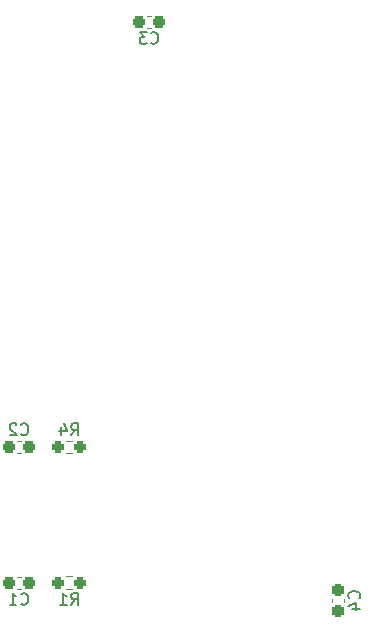
<source format=gbo>
G04 #@! TF.GenerationSoftware,KiCad,Pcbnew,8.0.6*
G04 #@! TF.CreationDate,2025-12-03T00:04:18-05:00*
G04 #@! TF.ProjectId,dead_reckoning_shield,64656164-5f72-4656-936b-6f6e696e675f,rev?*
G04 #@! TF.SameCoordinates,Original*
G04 #@! TF.FileFunction,Legend,Bot*
G04 #@! TF.FilePolarity,Positive*
%FSLAX46Y46*%
G04 Gerber Fmt 4.6, Leading zero omitted, Abs format (unit mm)*
G04 Created by KiCad (PCBNEW 8.0.6) date 2025-12-03 00:04:18*
%MOMM*%
%LPD*%
G01*
G04 APERTURE LIST*
G04 Aperture macros list*
%AMRoundRect*
0 Rectangle with rounded corners*
0 $1 Rounding radius*
0 $2 $3 $4 $5 $6 $7 $8 $9 X,Y pos of 4 corners*
0 Add a 4 corners polygon primitive as box body*
4,1,4,$2,$3,$4,$5,$6,$7,$8,$9,$2,$3,0*
0 Add four circle primitives for the rounded corners*
1,1,$1+$1,$2,$3*
1,1,$1+$1,$4,$5*
1,1,$1+$1,$6,$7*
1,1,$1+$1,$8,$9*
0 Add four rect primitives between the rounded corners*
20,1,$1+$1,$2,$3,$4,$5,0*
20,1,$1+$1,$4,$5,$6,$7,0*
20,1,$1+$1,$6,$7,$8,$9,0*
20,1,$1+$1,$8,$9,$2,$3,0*%
G04 Aperture macros list end*
%ADD10C,0.150000*%
%ADD11C,0.120000*%
%ADD12C,1.600000*%
%ADD13RoundRect,0.102000X-0.749000X-0.749000X0.749000X-0.749000X0.749000X0.749000X-0.749000X0.749000X0*%
%ADD14C,1.702000*%
%ADD15O,1.727200X1.727200*%
%ADD16R,1.727200X1.727200*%
%ADD17C,1.000000*%
%ADD18RoundRect,0.237500X-0.300000X-0.237500X0.300000X-0.237500X0.300000X0.237500X-0.300000X0.237500X0*%
%ADD19RoundRect,0.237500X0.300000X0.237500X-0.300000X0.237500X-0.300000X-0.237500X0.300000X-0.237500X0*%
%ADD20RoundRect,0.237500X0.237500X-0.300000X0.237500X0.300000X-0.237500X0.300000X-0.237500X-0.300000X0*%
%ADD21RoundRect,0.237500X0.250000X0.237500X-0.250000X0.237500X-0.250000X-0.237500X0.250000X-0.237500X0*%
%ADD22RoundRect,0.237500X-0.250000X-0.237500X0.250000X-0.237500X0.250000X0.237500X-0.250000X0.237500X0*%
G04 APERTURE END LIST*
D10*
X186166666Y-137789580D02*
X186214285Y-137837200D01*
X186214285Y-137837200D02*
X186357142Y-137884819D01*
X186357142Y-137884819D02*
X186452380Y-137884819D01*
X186452380Y-137884819D02*
X186595237Y-137837200D01*
X186595237Y-137837200D02*
X186690475Y-137741961D01*
X186690475Y-137741961D02*
X186738094Y-137646723D01*
X186738094Y-137646723D02*
X186785713Y-137456247D01*
X186785713Y-137456247D02*
X186785713Y-137313390D01*
X186785713Y-137313390D02*
X186738094Y-137122914D01*
X186738094Y-137122914D02*
X186690475Y-137027676D01*
X186690475Y-137027676D02*
X186595237Y-136932438D01*
X186595237Y-136932438D02*
X186452380Y-136884819D01*
X186452380Y-136884819D02*
X186357142Y-136884819D01*
X186357142Y-136884819D02*
X186214285Y-136932438D01*
X186214285Y-136932438D02*
X186166666Y-136980057D01*
X185214285Y-137884819D02*
X185785713Y-137884819D01*
X185499999Y-137884819D02*
X185499999Y-136884819D01*
X185499999Y-136884819D02*
X185595237Y-137027676D01*
X185595237Y-137027676D02*
X185690475Y-137122914D01*
X185690475Y-137122914D02*
X185785713Y-137170533D01*
X186166666Y-123429580D02*
X186214285Y-123477200D01*
X186214285Y-123477200D02*
X186357142Y-123524819D01*
X186357142Y-123524819D02*
X186452380Y-123524819D01*
X186452380Y-123524819D02*
X186595237Y-123477200D01*
X186595237Y-123477200D02*
X186690475Y-123381961D01*
X186690475Y-123381961D02*
X186738094Y-123286723D01*
X186738094Y-123286723D02*
X186785713Y-123096247D01*
X186785713Y-123096247D02*
X186785713Y-122953390D01*
X186785713Y-122953390D02*
X186738094Y-122762914D01*
X186738094Y-122762914D02*
X186690475Y-122667676D01*
X186690475Y-122667676D02*
X186595237Y-122572438D01*
X186595237Y-122572438D02*
X186452380Y-122524819D01*
X186452380Y-122524819D02*
X186357142Y-122524819D01*
X186357142Y-122524819D02*
X186214285Y-122572438D01*
X186214285Y-122572438D02*
X186166666Y-122620057D01*
X185785713Y-122620057D02*
X185738094Y-122572438D01*
X185738094Y-122572438D02*
X185642856Y-122524819D01*
X185642856Y-122524819D02*
X185404761Y-122524819D01*
X185404761Y-122524819D02*
X185309523Y-122572438D01*
X185309523Y-122572438D02*
X185261904Y-122620057D01*
X185261904Y-122620057D02*
X185214285Y-122715295D01*
X185214285Y-122715295D02*
X185214285Y-122810533D01*
X185214285Y-122810533D02*
X185261904Y-122953390D01*
X185261904Y-122953390D02*
X185833332Y-123524819D01*
X185833332Y-123524819D02*
X185214285Y-123524819D01*
X197166666Y-90289580D02*
X197214285Y-90337200D01*
X197214285Y-90337200D02*
X197357142Y-90384819D01*
X197357142Y-90384819D02*
X197452380Y-90384819D01*
X197452380Y-90384819D02*
X197595237Y-90337200D01*
X197595237Y-90337200D02*
X197690475Y-90241961D01*
X197690475Y-90241961D02*
X197738094Y-90146723D01*
X197738094Y-90146723D02*
X197785713Y-89956247D01*
X197785713Y-89956247D02*
X197785713Y-89813390D01*
X197785713Y-89813390D02*
X197738094Y-89622914D01*
X197738094Y-89622914D02*
X197690475Y-89527676D01*
X197690475Y-89527676D02*
X197595237Y-89432438D01*
X197595237Y-89432438D02*
X197452380Y-89384819D01*
X197452380Y-89384819D02*
X197357142Y-89384819D01*
X197357142Y-89384819D02*
X197214285Y-89432438D01*
X197214285Y-89432438D02*
X197166666Y-89480057D01*
X196833332Y-89384819D02*
X196214285Y-89384819D01*
X196214285Y-89384819D02*
X196547618Y-89765771D01*
X196547618Y-89765771D02*
X196404761Y-89765771D01*
X196404761Y-89765771D02*
X196309523Y-89813390D01*
X196309523Y-89813390D02*
X196261904Y-89861009D01*
X196261904Y-89861009D02*
X196214285Y-89956247D01*
X196214285Y-89956247D02*
X196214285Y-90194342D01*
X196214285Y-90194342D02*
X196261904Y-90289580D01*
X196261904Y-90289580D02*
X196309523Y-90337200D01*
X196309523Y-90337200D02*
X196404761Y-90384819D01*
X196404761Y-90384819D02*
X196690475Y-90384819D01*
X196690475Y-90384819D02*
X196785713Y-90337200D01*
X196785713Y-90337200D02*
X196833332Y-90289580D01*
X214789580Y-137333333D02*
X214837200Y-137285714D01*
X214837200Y-137285714D02*
X214884819Y-137142857D01*
X214884819Y-137142857D02*
X214884819Y-137047619D01*
X214884819Y-137047619D02*
X214837200Y-136904762D01*
X214837200Y-136904762D02*
X214741961Y-136809524D01*
X214741961Y-136809524D02*
X214646723Y-136761905D01*
X214646723Y-136761905D02*
X214456247Y-136714286D01*
X214456247Y-136714286D02*
X214313390Y-136714286D01*
X214313390Y-136714286D02*
X214122914Y-136761905D01*
X214122914Y-136761905D02*
X214027676Y-136809524D01*
X214027676Y-136809524D02*
X213932438Y-136904762D01*
X213932438Y-136904762D02*
X213884819Y-137047619D01*
X213884819Y-137047619D02*
X213884819Y-137142857D01*
X213884819Y-137142857D02*
X213932438Y-137285714D01*
X213932438Y-137285714D02*
X213980057Y-137333333D01*
X214218152Y-138190476D02*
X214884819Y-138190476D01*
X213837200Y-137952381D02*
X214551485Y-137714286D01*
X214551485Y-137714286D02*
X214551485Y-138333333D01*
X190416666Y-123524819D02*
X190749999Y-123048628D01*
X190988094Y-123524819D02*
X190988094Y-122524819D01*
X190988094Y-122524819D02*
X190607142Y-122524819D01*
X190607142Y-122524819D02*
X190511904Y-122572438D01*
X190511904Y-122572438D02*
X190464285Y-122620057D01*
X190464285Y-122620057D02*
X190416666Y-122715295D01*
X190416666Y-122715295D02*
X190416666Y-122858152D01*
X190416666Y-122858152D02*
X190464285Y-122953390D01*
X190464285Y-122953390D02*
X190511904Y-123001009D01*
X190511904Y-123001009D02*
X190607142Y-123048628D01*
X190607142Y-123048628D02*
X190988094Y-123048628D01*
X189559523Y-122858152D02*
X189559523Y-123524819D01*
X189797618Y-122477200D02*
X190035713Y-123191485D01*
X190035713Y-123191485D02*
X189416666Y-123191485D01*
X190416666Y-137884819D02*
X190749999Y-137408628D01*
X190988094Y-137884819D02*
X190988094Y-136884819D01*
X190988094Y-136884819D02*
X190607142Y-136884819D01*
X190607142Y-136884819D02*
X190511904Y-136932438D01*
X190511904Y-136932438D02*
X190464285Y-136980057D01*
X190464285Y-136980057D02*
X190416666Y-137075295D01*
X190416666Y-137075295D02*
X190416666Y-137218152D01*
X190416666Y-137218152D02*
X190464285Y-137313390D01*
X190464285Y-137313390D02*
X190511904Y-137361009D01*
X190511904Y-137361009D02*
X190607142Y-137408628D01*
X190607142Y-137408628D02*
X190988094Y-137408628D01*
X189464285Y-137884819D02*
X190035713Y-137884819D01*
X189749999Y-137884819D02*
X189749999Y-136884819D01*
X189749999Y-136884819D02*
X189845237Y-137027676D01*
X189845237Y-137027676D02*
X189940475Y-137122914D01*
X189940475Y-137122914D02*
X190035713Y-137170533D01*
D11*
X186146267Y-135490000D02*
X185853733Y-135490000D01*
X186146267Y-136510000D02*
X185853733Y-136510000D01*
X185853733Y-123990000D02*
X186146267Y-123990000D01*
X185853733Y-125010000D02*
X186146267Y-125010000D01*
X197146267Y-87990000D02*
X196853733Y-87990000D01*
X197146267Y-89010000D02*
X196853733Y-89010000D01*
X212490000Y-137353733D02*
X212490000Y-137646267D01*
X213510000Y-137353733D02*
X213510000Y-137646267D01*
X189995276Y-123977500D02*
X190504724Y-123977500D01*
X189995276Y-125022500D02*
X190504724Y-125022500D01*
X190504724Y-135477500D02*
X189995276Y-135477500D01*
X190504724Y-136522500D02*
X189995276Y-136522500D01*
%LPC*%
D12*
X216350000Y-138890000D03*
X216350000Y-136350000D03*
X216350000Y-133810000D03*
X216350000Y-131270000D03*
X216350000Y-128730000D03*
X216350000Y-126190000D03*
X216350000Y-123650000D03*
X216350000Y-121110000D03*
D13*
X196750000Y-73250000D03*
D14*
X203250000Y-73250000D03*
X196750000Y-77750000D03*
X203250000Y-77750000D03*
D15*
X175870000Y-106043000D03*
X175870000Y-108583000D03*
X175870000Y-111123000D03*
X175870000Y-113663000D03*
X175870000Y-116203000D03*
D16*
X175870000Y-118743000D03*
X175870000Y-121283000D03*
D15*
X175870000Y-123823000D03*
X175870000Y-128903000D03*
X175870000Y-131443000D03*
X175870000Y-133983000D03*
X175870000Y-136523000D03*
X175870000Y-139063000D03*
X175870000Y-141603000D03*
X224130000Y-141603000D03*
X224130000Y-139063000D03*
X224130000Y-136523000D03*
X224130000Y-133983000D03*
X224130000Y-131443000D03*
X224130000Y-128903000D03*
X224130000Y-126363000D03*
X224130000Y-123823000D03*
X224130000Y-119759000D03*
X224130000Y-117219000D03*
X224130000Y-114679000D03*
X224130000Y-112139000D03*
X224130000Y-109599000D03*
X224130000Y-107059000D03*
D16*
X224130000Y-104519000D03*
D15*
X224130000Y-101979000D03*
X224130000Y-99439000D03*
X224130000Y-96899000D03*
D12*
X196190000Y-85000000D03*
X198730000Y-85000000D03*
X201270000Y-85000000D03*
X203810000Y-85000000D03*
D17*
X187460000Y-138890000D03*
X188730000Y-138890000D03*
X190000000Y-138890000D03*
X191270000Y-138890000D03*
X192540000Y-138890000D03*
X193810000Y-138890000D03*
X195080000Y-138890000D03*
X187460000Y-121110000D03*
X188730000Y-121110000D03*
X190000000Y-121110000D03*
X191270000Y-121110000D03*
X192540000Y-121110000D03*
X193810000Y-121110000D03*
X195080000Y-121110000D03*
X196350000Y-121110000D03*
X197620000Y-121110000D03*
D13*
X211750000Y-73250000D03*
D14*
X218250000Y-73250000D03*
X211750000Y-77750000D03*
X218250000Y-77750000D03*
D13*
X181750000Y-73250000D03*
D14*
X188250000Y-73250000D03*
X181750000Y-77750000D03*
X188250000Y-77750000D03*
D18*
X185137500Y-136000000D03*
X186862500Y-136000000D03*
D19*
X186862500Y-124500000D03*
X185137500Y-124500000D03*
D18*
X196137500Y-88500000D03*
X197862500Y-88500000D03*
D20*
X213000000Y-138362500D03*
X213000000Y-136637500D03*
D21*
X191162500Y-124500000D03*
X189337500Y-124500000D03*
D22*
X189337500Y-136000000D03*
X191162500Y-136000000D03*
%LPD*%
M02*

</source>
